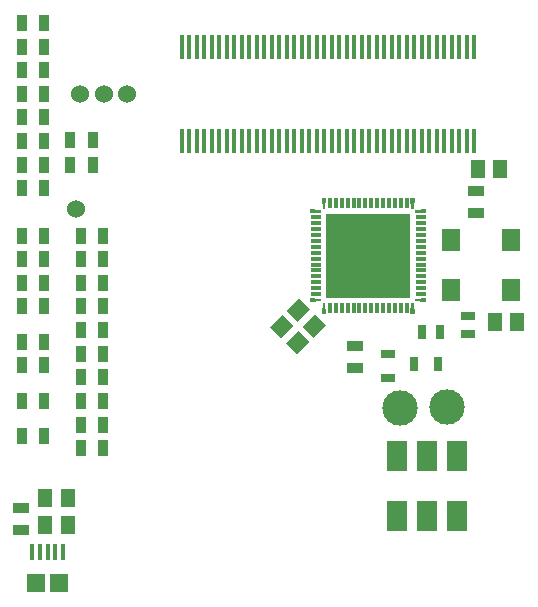
<source format=gtp>
%FSLAX34Y34*%
G04 Gerber Fmt 3.4, Leading zero omitted, Abs format*
G04 (created by PCBNEW (2014-06-12 BZR 4942)-product) date Tue 24 Jun 2014 09:26:14 PM PDT*
%MOIN*%
G01*
G70*
G90*
G04 APERTURE LIST*
%ADD10C,0.003937*%
%ADD11R,0.065000X0.100000*%
%ADD12R,0.012000X0.036000*%
%ADD13R,0.036000X0.012000*%
%ADD14R,0.285000X0.285000*%
%ADD15R,0.047200X0.031500*%
%ADD16R,0.051200X0.059000*%
%ADD17R,0.015748X0.078740*%
%ADD18R,0.015748X0.053150*%
%ADD19R,0.059055X0.061024*%
%ADD20R,0.035000X0.055000*%
%ADD21R,0.055000X0.035000*%
%ADD22C,0.060000*%
%ADD23R,0.031500X0.047200*%
%ADD24R,0.061024X0.076772*%
%ADD25C,0.118100*%
%ADD26R,0.025000X0.045000*%
%ADD27R,0.045000X0.025000*%
G04 APERTURE END LIST*
G54D10*
G54D11*
X64488Y-30602D03*
X65488Y-30602D03*
X66488Y-30602D03*
X66488Y-28602D03*
X65488Y-28602D03*
X64488Y-28602D03*
G54D10*
G36*
X65099Y-19999D02*
X65067Y-20359D01*
X64979Y-20359D01*
X64947Y-19999D01*
X65099Y-19999D01*
X65099Y-19999D01*
G37*
G54D12*
X64823Y-20179D03*
X64623Y-20179D03*
X64433Y-20179D03*
X64233Y-20179D03*
X64033Y-20179D03*
X63843Y-20179D03*
X63643Y-20179D03*
X63443Y-20179D03*
X63243Y-20179D03*
X63053Y-20179D03*
X62853Y-20179D03*
X62653Y-20179D03*
X62463Y-20179D03*
X62263Y-20179D03*
G54D10*
G36*
X62139Y-19999D02*
X62107Y-20359D01*
X62019Y-20359D01*
X61987Y-19999D01*
X62139Y-19999D01*
X62139Y-19999D01*
G37*
G36*
X61613Y-20373D02*
X61973Y-20404D01*
X61973Y-20493D01*
X61613Y-20524D01*
X61613Y-20373D01*
X61613Y-20373D01*
G37*
G54D13*
X61793Y-20649D03*
X61793Y-20849D03*
X61793Y-21039D03*
X61793Y-21239D03*
X61793Y-21439D03*
X61793Y-21629D03*
X61793Y-21829D03*
X61793Y-22029D03*
X61793Y-22229D03*
X61793Y-22419D03*
X61793Y-22619D03*
X61793Y-22819D03*
X61793Y-23009D03*
X61793Y-23209D03*
G54D10*
G36*
X61613Y-23333D02*
X61973Y-23364D01*
X61973Y-23453D01*
X61613Y-23484D01*
X61613Y-23333D01*
X61613Y-23333D01*
G37*
G36*
X61987Y-23859D02*
X62019Y-23499D01*
X62107Y-23499D01*
X62139Y-23859D01*
X61987Y-23859D01*
X61987Y-23859D01*
G37*
G54D12*
X62263Y-23679D03*
X62463Y-23679D03*
X62653Y-23679D03*
X62853Y-23679D03*
X63053Y-23679D03*
X63243Y-23679D03*
X63443Y-23679D03*
X63643Y-23679D03*
X63843Y-23679D03*
X64033Y-23679D03*
X64233Y-23679D03*
X64433Y-23679D03*
X64623Y-23679D03*
X64823Y-23679D03*
G54D10*
G36*
X64947Y-23859D02*
X64979Y-23499D01*
X65067Y-23499D01*
X65099Y-23859D01*
X64947Y-23859D01*
X64947Y-23859D01*
G37*
G36*
X65473Y-23482D02*
X65113Y-23455D01*
X65113Y-23362D01*
X65473Y-23335D01*
X65473Y-23482D01*
X65473Y-23482D01*
G37*
G54D13*
X65293Y-23209D03*
X65293Y-23009D03*
X65293Y-22819D03*
X65293Y-22619D03*
X65293Y-22419D03*
X65293Y-22229D03*
X65293Y-22029D03*
X65293Y-21829D03*
X65293Y-21629D03*
X65293Y-21439D03*
X65293Y-21239D03*
X65293Y-21039D03*
X65293Y-20849D03*
X65293Y-20649D03*
G54D10*
G36*
X65473Y-20524D02*
X65113Y-20493D01*
X65113Y-20404D01*
X65473Y-20373D01*
X65473Y-20524D01*
X65473Y-20524D01*
G37*
G54D14*
X63543Y-21929D03*
G54D15*
X64200Y-25994D03*
X64200Y-25206D03*
G54D10*
G36*
X61351Y-24298D02*
X61769Y-23881D01*
X62131Y-24243D01*
X61713Y-24660D01*
X61351Y-24298D01*
X61351Y-24298D01*
G37*
G36*
X60821Y-23768D02*
X61238Y-23351D01*
X61600Y-23713D01*
X61183Y-24130D01*
X60821Y-23768D01*
X60821Y-23768D01*
G37*
G36*
X60800Y-24849D02*
X61217Y-24432D01*
X61579Y-24794D01*
X61162Y-25211D01*
X60800Y-24849D01*
X60800Y-24849D01*
G37*
G36*
X60270Y-24319D02*
X60687Y-23902D01*
X61049Y-24264D01*
X60632Y-24681D01*
X60270Y-24319D01*
X60270Y-24319D01*
G37*
G54D16*
X52774Y-30019D03*
X53524Y-30019D03*
X52774Y-30905D03*
X53524Y-30905D03*
G54D17*
X67079Y-14960D03*
X67079Y-18110D03*
X66829Y-14960D03*
X66829Y-18110D03*
X66579Y-14960D03*
X66579Y-18110D03*
X66329Y-14960D03*
X66329Y-18110D03*
X66079Y-14960D03*
X66079Y-18110D03*
X65829Y-14960D03*
X65829Y-18110D03*
X65579Y-14960D03*
X65579Y-18110D03*
X65329Y-14960D03*
X65329Y-18110D03*
X65079Y-14960D03*
X65079Y-18110D03*
X64829Y-14960D03*
X64829Y-18110D03*
X64579Y-14960D03*
X64579Y-18110D03*
X64329Y-14960D03*
X64329Y-18110D03*
X64079Y-14960D03*
X64079Y-18110D03*
X63829Y-14960D03*
X63829Y-18110D03*
X63579Y-14960D03*
X63579Y-18110D03*
X63329Y-14960D03*
X63329Y-18110D03*
X63079Y-14960D03*
X63079Y-18110D03*
X62829Y-14960D03*
X62829Y-18110D03*
X62579Y-14960D03*
X62579Y-18110D03*
X62329Y-14960D03*
X62329Y-18110D03*
X62079Y-14960D03*
X62079Y-18110D03*
X61829Y-14960D03*
X61829Y-18110D03*
X61579Y-14960D03*
X61579Y-18110D03*
X61329Y-14960D03*
X61329Y-18110D03*
X61079Y-14960D03*
X61079Y-18110D03*
X60829Y-14960D03*
X60829Y-18110D03*
X60579Y-14960D03*
X60579Y-18110D03*
X60329Y-14960D03*
X60329Y-18110D03*
X60079Y-14960D03*
X60079Y-18110D03*
X59829Y-14960D03*
X59829Y-18110D03*
X59579Y-14960D03*
X59579Y-18110D03*
X59329Y-14960D03*
X59329Y-18110D03*
X59079Y-14960D03*
X59079Y-18110D03*
X58829Y-14960D03*
X58829Y-18110D03*
X58579Y-14960D03*
X58579Y-18110D03*
X58329Y-14960D03*
X58329Y-18110D03*
X58079Y-14960D03*
X58079Y-18110D03*
X57829Y-14960D03*
X57829Y-18110D03*
X57579Y-14960D03*
X57579Y-18110D03*
X57329Y-14960D03*
X57329Y-18110D03*
G54D18*
X52854Y-31791D03*
X52598Y-31791D03*
X52342Y-31791D03*
X53110Y-31791D03*
X53366Y-31791D03*
G54D19*
X52460Y-32854D03*
X53248Y-32854D03*
G54D20*
X52737Y-18110D03*
X51987Y-18110D03*
X52737Y-18897D03*
X51987Y-18897D03*
X52737Y-15748D03*
X51987Y-15748D03*
X52737Y-17322D03*
X51987Y-17322D03*
X54351Y-18070D03*
X53601Y-18070D03*
X54351Y-18897D03*
X53601Y-18897D03*
X51987Y-14960D03*
X52737Y-14960D03*
X52737Y-16535D03*
X51987Y-16535D03*
X52737Y-14173D03*
X51987Y-14173D03*
G54D21*
X51968Y-30333D03*
X51968Y-31083D03*
G54D22*
X53805Y-20370D03*
G54D23*
X65866Y-25551D03*
X65078Y-25551D03*
G54D24*
X66283Y-23070D03*
X68283Y-23070D03*
X68283Y-21417D03*
X66283Y-21417D03*
G54D20*
X52737Y-27952D03*
X51987Y-27952D03*
X52737Y-26771D03*
X51987Y-26771D03*
X52737Y-25590D03*
X51987Y-25590D03*
X52737Y-24803D03*
X51987Y-24803D03*
X52737Y-23622D03*
X51987Y-23622D03*
X52737Y-22834D03*
X51987Y-22834D03*
X52737Y-22047D03*
X51987Y-22047D03*
X52737Y-21259D03*
X51987Y-21259D03*
X52737Y-19685D03*
X51987Y-19685D03*
X53955Y-28346D03*
X54705Y-28346D03*
X53955Y-27559D03*
X54705Y-27559D03*
X53955Y-26771D03*
X54705Y-26771D03*
X53955Y-25984D03*
X54705Y-25984D03*
X53955Y-25196D03*
X54705Y-25196D03*
X53955Y-24409D03*
X54705Y-24409D03*
X53955Y-23622D03*
X54705Y-23622D03*
X53955Y-22834D03*
X54705Y-22834D03*
X53955Y-22047D03*
X54705Y-22047D03*
X53955Y-21259D03*
X54705Y-21259D03*
G54D22*
X53937Y-16535D03*
X54724Y-16535D03*
X55511Y-16535D03*
G54D25*
X66181Y-26958D03*
X64600Y-27000D03*
G54D16*
X67934Y-19045D03*
X67184Y-19045D03*
X68514Y-24143D03*
X67764Y-24143D03*
G54D21*
X67135Y-20512D03*
X67135Y-19762D03*
X63098Y-25686D03*
X63098Y-24936D03*
G54D26*
X65939Y-24478D03*
X65339Y-24478D03*
G54D27*
X66860Y-24542D03*
X66860Y-23942D03*
M02*

</source>
